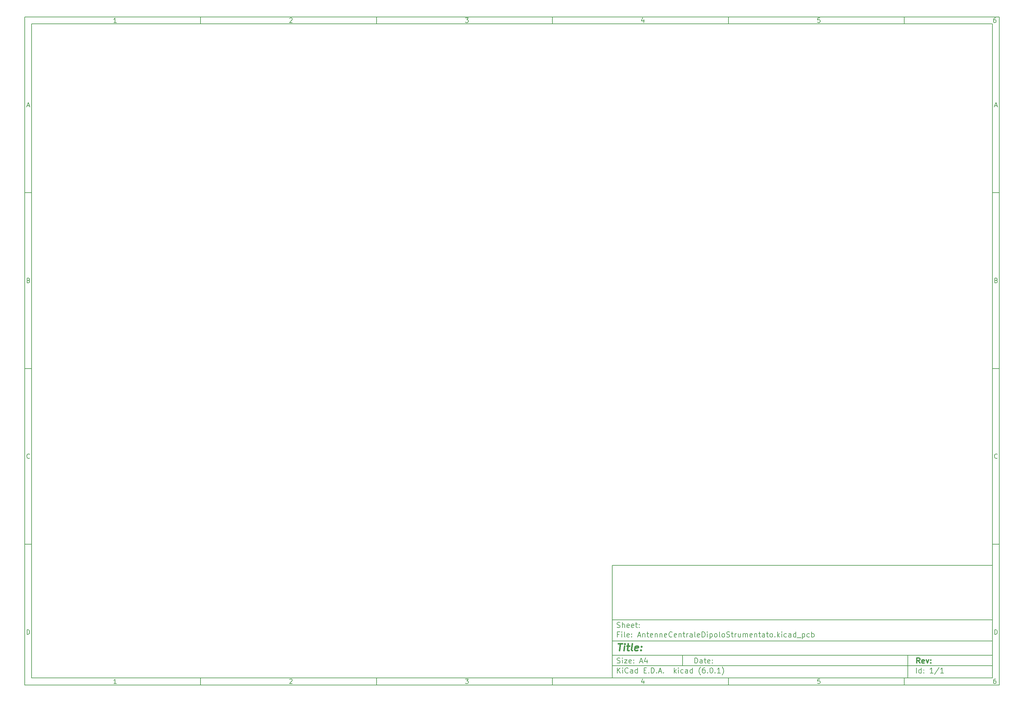
<source format=gbo>
G04 #@! TF.GenerationSoftware,KiCad,Pcbnew,(6.0.1)*
G04 #@! TF.CreationDate,2022-01-29T22:50:14+01:00*
G04 #@! TF.ProjectId,AntenneCentraleDipoloStrumentato,416e7465-6e6e-4654-9365-6e7472616c65,rev?*
G04 #@! TF.SameCoordinates,Original*
G04 #@! TF.FileFunction,Legend,Bot*
G04 #@! TF.FilePolarity,Positive*
%FSLAX46Y46*%
G04 Gerber Fmt 4.6, Leading zero omitted, Abs format (unit mm)*
G04 Created by KiCad (PCBNEW (6.0.1)) date 2022-01-29 22:50:14*
%MOMM*%
%LPD*%
G01*
G04 APERTURE LIST*
G04 Aperture macros list*
%AMRoundRect*
0 Rectangle with rounded corners*
0 $1 Rounding radius*
0 $2 $3 $4 $5 $6 $7 $8 $9 X,Y pos of 4 corners*
0 Add a 4 corners polygon primitive as box body*
4,1,4,$2,$3,$4,$5,$6,$7,$8,$9,$2,$3,0*
0 Add four circle primitives for the rounded corners*
1,1,$1+$1,$2,$3*
1,1,$1+$1,$4,$5*
1,1,$1+$1,$6,$7*
1,1,$1+$1,$8,$9*
0 Add four rect primitives between the rounded corners*
20,1,$1+$1,$2,$3,$4,$5,0*
20,1,$1+$1,$4,$5,$6,$7,0*
20,1,$1+$1,$6,$7,$8,$9,0*
20,1,$1+$1,$8,$9,$2,$3,0*%
%AMHorizOval*
0 Thick line with rounded ends*
0 $1 width*
0 $2 $3 position (X,Y) of the first rounded end (center of the circle)*
0 $4 $5 position (X,Y) of the second rounded end (center of the circle)*
0 Add line between two ends*
20,1,$1,$2,$3,$4,$5,0*
0 Add two circle primitives to create the rounded ends*
1,1,$1,$2,$3*
1,1,$1,$4,$5*%
%AMRotRect*
0 Rectangle, with rotation*
0 The origin of the aperture is its center*
0 $1 length*
0 $2 width*
0 $3 Rotation angle, in degrees counterclockwise*
0 Add horizontal line*
21,1,$1,$2,0,0,$3*%
G04 Aperture macros list end*
%ADD10C,0.100000*%
%ADD11C,0.150000*%
%ADD12C,0.300000*%
%ADD13C,0.400000*%
%ADD14HorizOval,7.500000X1.060660X-1.060660X-1.060660X1.060660X0*%
%ADD15C,0.900000*%
%ADD16C,9.000000*%
%ADD17HorizOval,7.500000X-1.060660X1.060660X1.060660X-1.060660X0*%
%ADD18C,3.000000*%
%ADD19C,1.950000*%
%ADD20RotRect,1.800000X1.800000X195.000000*%
%ADD21HorizOval,1.800000X0.000000X0.000000X0.000000X0.000000X0*%
%ADD22HorizOval,7.500000X1.060660X1.060660X-1.060660X-1.060660X0*%
%ADD23R,1.700000X1.700000*%
%ADD24O,1.700000X1.700000*%
%ADD25HorizOval,7.500000X-1.060660X-1.060660X1.060660X1.060660X0*%
%ADD26RoundRect,0.250000X-1.667339X-0.212083X-1.017339X-1.337917X1.667339X0.212083X1.017339X1.337917X0*%
%ADD27HorizOval,1.800000X-0.779423X-0.450000X0.779423X0.450000X0*%
%ADD28RotRect,1.800000X1.800000X260.000000*%
%ADD29HorizOval,1.800000X0.000000X0.000000X0.000000X0.000000X0*%
%ADD30C,0.800000*%
%ADD31C,5.000000*%
G04 APERTURE END LIST*
D10*
D11*
X177002200Y-166007200D02*
X177002200Y-198007200D01*
X285002200Y-198007200D01*
X285002200Y-166007200D01*
X177002200Y-166007200D01*
D10*
D11*
X10000000Y-10000000D02*
X10000000Y-200007200D01*
X287002200Y-200007200D01*
X287002200Y-10000000D01*
X10000000Y-10000000D01*
D10*
D11*
X12000000Y-12000000D02*
X12000000Y-198007200D01*
X285002200Y-198007200D01*
X285002200Y-12000000D01*
X12000000Y-12000000D01*
D10*
D11*
X60000000Y-12000000D02*
X60000000Y-10000000D01*
D10*
D11*
X110000000Y-12000000D02*
X110000000Y-10000000D01*
D10*
D11*
X160000000Y-12000000D02*
X160000000Y-10000000D01*
D10*
D11*
X210000000Y-12000000D02*
X210000000Y-10000000D01*
D10*
D11*
X260000000Y-12000000D02*
X260000000Y-10000000D01*
D10*
D11*
X36065476Y-11588095D02*
X35322619Y-11588095D01*
X35694047Y-11588095D02*
X35694047Y-10288095D01*
X35570238Y-10473809D01*
X35446428Y-10597619D01*
X35322619Y-10659523D01*
D10*
D11*
X85322619Y-10411904D02*
X85384523Y-10350000D01*
X85508333Y-10288095D01*
X85817857Y-10288095D01*
X85941666Y-10350000D01*
X86003571Y-10411904D01*
X86065476Y-10535714D01*
X86065476Y-10659523D01*
X86003571Y-10845238D01*
X85260714Y-11588095D01*
X86065476Y-11588095D01*
D10*
D11*
X135260714Y-10288095D02*
X136065476Y-10288095D01*
X135632142Y-10783333D01*
X135817857Y-10783333D01*
X135941666Y-10845238D01*
X136003571Y-10907142D01*
X136065476Y-11030952D01*
X136065476Y-11340476D01*
X136003571Y-11464285D01*
X135941666Y-11526190D01*
X135817857Y-11588095D01*
X135446428Y-11588095D01*
X135322619Y-11526190D01*
X135260714Y-11464285D01*
D10*
D11*
X185941666Y-10721428D02*
X185941666Y-11588095D01*
X185632142Y-10226190D02*
X185322619Y-11154761D01*
X186127380Y-11154761D01*
D10*
D11*
X236003571Y-10288095D02*
X235384523Y-10288095D01*
X235322619Y-10907142D01*
X235384523Y-10845238D01*
X235508333Y-10783333D01*
X235817857Y-10783333D01*
X235941666Y-10845238D01*
X236003571Y-10907142D01*
X236065476Y-11030952D01*
X236065476Y-11340476D01*
X236003571Y-11464285D01*
X235941666Y-11526190D01*
X235817857Y-11588095D01*
X235508333Y-11588095D01*
X235384523Y-11526190D01*
X235322619Y-11464285D01*
D10*
D11*
X285941666Y-10288095D02*
X285694047Y-10288095D01*
X285570238Y-10350000D01*
X285508333Y-10411904D01*
X285384523Y-10597619D01*
X285322619Y-10845238D01*
X285322619Y-11340476D01*
X285384523Y-11464285D01*
X285446428Y-11526190D01*
X285570238Y-11588095D01*
X285817857Y-11588095D01*
X285941666Y-11526190D01*
X286003571Y-11464285D01*
X286065476Y-11340476D01*
X286065476Y-11030952D01*
X286003571Y-10907142D01*
X285941666Y-10845238D01*
X285817857Y-10783333D01*
X285570238Y-10783333D01*
X285446428Y-10845238D01*
X285384523Y-10907142D01*
X285322619Y-11030952D01*
D10*
D11*
X60000000Y-198007200D02*
X60000000Y-200007200D01*
D10*
D11*
X110000000Y-198007200D02*
X110000000Y-200007200D01*
D10*
D11*
X160000000Y-198007200D02*
X160000000Y-200007200D01*
D10*
D11*
X210000000Y-198007200D02*
X210000000Y-200007200D01*
D10*
D11*
X260000000Y-198007200D02*
X260000000Y-200007200D01*
D10*
D11*
X36065476Y-199595295D02*
X35322619Y-199595295D01*
X35694047Y-199595295D02*
X35694047Y-198295295D01*
X35570238Y-198481009D01*
X35446428Y-198604819D01*
X35322619Y-198666723D01*
D10*
D11*
X85322619Y-198419104D02*
X85384523Y-198357200D01*
X85508333Y-198295295D01*
X85817857Y-198295295D01*
X85941666Y-198357200D01*
X86003571Y-198419104D01*
X86065476Y-198542914D01*
X86065476Y-198666723D01*
X86003571Y-198852438D01*
X85260714Y-199595295D01*
X86065476Y-199595295D01*
D10*
D11*
X135260714Y-198295295D02*
X136065476Y-198295295D01*
X135632142Y-198790533D01*
X135817857Y-198790533D01*
X135941666Y-198852438D01*
X136003571Y-198914342D01*
X136065476Y-199038152D01*
X136065476Y-199347676D01*
X136003571Y-199471485D01*
X135941666Y-199533390D01*
X135817857Y-199595295D01*
X135446428Y-199595295D01*
X135322619Y-199533390D01*
X135260714Y-199471485D01*
D10*
D11*
X185941666Y-198728628D02*
X185941666Y-199595295D01*
X185632142Y-198233390D02*
X185322619Y-199161961D01*
X186127380Y-199161961D01*
D10*
D11*
X236003571Y-198295295D02*
X235384523Y-198295295D01*
X235322619Y-198914342D01*
X235384523Y-198852438D01*
X235508333Y-198790533D01*
X235817857Y-198790533D01*
X235941666Y-198852438D01*
X236003571Y-198914342D01*
X236065476Y-199038152D01*
X236065476Y-199347676D01*
X236003571Y-199471485D01*
X235941666Y-199533390D01*
X235817857Y-199595295D01*
X235508333Y-199595295D01*
X235384523Y-199533390D01*
X235322619Y-199471485D01*
D10*
D11*
X285941666Y-198295295D02*
X285694047Y-198295295D01*
X285570238Y-198357200D01*
X285508333Y-198419104D01*
X285384523Y-198604819D01*
X285322619Y-198852438D01*
X285322619Y-199347676D01*
X285384523Y-199471485D01*
X285446428Y-199533390D01*
X285570238Y-199595295D01*
X285817857Y-199595295D01*
X285941666Y-199533390D01*
X286003571Y-199471485D01*
X286065476Y-199347676D01*
X286065476Y-199038152D01*
X286003571Y-198914342D01*
X285941666Y-198852438D01*
X285817857Y-198790533D01*
X285570238Y-198790533D01*
X285446428Y-198852438D01*
X285384523Y-198914342D01*
X285322619Y-199038152D01*
D10*
D11*
X10000000Y-60000000D02*
X12000000Y-60000000D01*
D10*
D11*
X10000000Y-110000000D02*
X12000000Y-110000000D01*
D10*
D11*
X10000000Y-160000000D02*
X12000000Y-160000000D01*
D10*
D11*
X10690476Y-35216666D02*
X11309523Y-35216666D01*
X10566666Y-35588095D02*
X11000000Y-34288095D01*
X11433333Y-35588095D01*
D10*
D11*
X11092857Y-84907142D02*
X11278571Y-84969047D01*
X11340476Y-85030952D01*
X11402380Y-85154761D01*
X11402380Y-85340476D01*
X11340476Y-85464285D01*
X11278571Y-85526190D01*
X11154761Y-85588095D01*
X10659523Y-85588095D01*
X10659523Y-84288095D01*
X11092857Y-84288095D01*
X11216666Y-84350000D01*
X11278571Y-84411904D01*
X11340476Y-84535714D01*
X11340476Y-84659523D01*
X11278571Y-84783333D01*
X11216666Y-84845238D01*
X11092857Y-84907142D01*
X10659523Y-84907142D01*
D10*
D11*
X11402380Y-135464285D02*
X11340476Y-135526190D01*
X11154761Y-135588095D01*
X11030952Y-135588095D01*
X10845238Y-135526190D01*
X10721428Y-135402380D01*
X10659523Y-135278571D01*
X10597619Y-135030952D01*
X10597619Y-134845238D01*
X10659523Y-134597619D01*
X10721428Y-134473809D01*
X10845238Y-134350000D01*
X11030952Y-134288095D01*
X11154761Y-134288095D01*
X11340476Y-134350000D01*
X11402380Y-134411904D01*
D10*
D11*
X10659523Y-185588095D02*
X10659523Y-184288095D01*
X10969047Y-184288095D01*
X11154761Y-184350000D01*
X11278571Y-184473809D01*
X11340476Y-184597619D01*
X11402380Y-184845238D01*
X11402380Y-185030952D01*
X11340476Y-185278571D01*
X11278571Y-185402380D01*
X11154761Y-185526190D01*
X10969047Y-185588095D01*
X10659523Y-185588095D01*
D10*
D11*
X287002200Y-60000000D02*
X285002200Y-60000000D01*
D10*
D11*
X287002200Y-110000000D02*
X285002200Y-110000000D01*
D10*
D11*
X287002200Y-160000000D02*
X285002200Y-160000000D01*
D10*
D11*
X285692676Y-35216666D02*
X286311723Y-35216666D01*
X285568866Y-35588095D02*
X286002200Y-34288095D01*
X286435533Y-35588095D01*
D10*
D11*
X286095057Y-84907142D02*
X286280771Y-84969047D01*
X286342676Y-85030952D01*
X286404580Y-85154761D01*
X286404580Y-85340476D01*
X286342676Y-85464285D01*
X286280771Y-85526190D01*
X286156961Y-85588095D01*
X285661723Y-85588095D01*
X285661723Y-84288095D01*
X286095057Y-84288095D01*
X286218866Y-84350000D01*
X286280771Y-84411904D01*
X286342676Y-84535714D01*
X286342676Y-84659523D01*
X286280771Y-84783333D01*
X286218866Y-84845238D01*
X286095057Y-84907142D01*
X285661723Y-84907142D01*
D10*
D11*
X286404580Y-135464285D02*
X286342676Y-135526190D01*
X286156961Y-135588095D01*
X286033152Y-135588095D01*
X285847438Y-135526190D01*
X285723628Y-135402380D01*
X285661723Y-135278571D01*
X285599819Y-135030952D01*
X285599819Y-134845238D01*
X285661723Y-134597619D01*
X285723628Y-134473809D01*
X285847438Y-134350000D01*
X286033152Y-134288095D01*
X286156961Y-134288095D01*
X286342676Y-134350000D01*
X286404580Y-134411904D01*
D10*
D11*
X285661723Y-185588095D02*
X285661723Y-184288095D01*
X285971247Y-184288095D01*
X286156961Y-184350000D01*
X286280771Y-184473809D01*
X286342676Y-184597619D01*
X286404580Y-184845238D01*
X286404580Y-185030952D01*
X286342676Y-185278571D01*
X286280771Y-185402380D01*
X286156961Y-185526190D01*
X285971247Y-185588095D01*
X285661723Y-185588095D01*
D10*
D11*
X200434342Y-193785771D02*
X200434342Y-192285771D01*
X200791485Y-192285771D01*
X201005771Y-192357200D01*
X201148628Y-192500057D01*
X201220057Y-192642914D01*
X201291485Y-192928628D01*
X201291485Y-193142914D01*
X201220057Y-193428628D01*
X201148628Y-193571485D01*
X201005771Y-193714342D01*
X200791485Y-193785771D01*
X200434342Y-193785771D01*
X202577200Y-193785771D02*
X202577200Y-193000057D01*
X202505771Y-192857200D01*
X202362914Y-192785771D01*
X202077200Y-192785771D01*
X201934342Y-192857200D01*
X202577200Y-193714342D02*
X202434342Y-193785771D01*
X202077200Y-193785771D01*
X201934342Y-193714342D01*
X201862914Y-193571485D01*
X201862914Y-193428628D01*
X201934342Y-193285771D01*
X202077200Y-193214342D01*
X202434342Y-193214342D01*
X202577200Y-193142914D01*
X203077200Y-192785771D02*
X203648628Y-192785771D01*
X203291485Y-192285771D02*
X203291485Y-193571485D01*
X203362914Y-193714342D01*
X203505771Y-193785771D01*
X203648628Y-193785771D01*
X204720057Y-193714342D02*
X204577200Y-193785771D01*
X204291485Y-193785771D01*
X204148628Y-193714342D01*
X204077200Y-193571485D01*
X204077200Y-193000057D01*
X204148628Y-192857200D01*
X204291485Y-192785771D01*
X204577200Y-192785771D01*
X204720057Y-192857200D01*
X204791485Y-193000057D01*
X204791485Y-193142914D01*
X204077200Y-193285771D01*
X205434342Y-193642914D02*
X205505771Y-193714342D01*
X205434342Y-193785771D01*
X205362914Y-193714342D01*
X205434342Y-193642914D01*
X205434342Y-193785771D01*
X205434342Y-192857200D02*
X205505771Y-192928628D01*
X205434342Y-193000057D01*
X205362914Y-192928628D01*
X205434342Y-192857200D01*
X205434342Y-193000057D01*
D10*
D11*
X177002200Y-194507200D02*
X285002200Y-194507200D01*
D10*
D11*
X178434342Y-196585771D02*
X178434342Y-195085771D01*
X179291485Y-196585771D02*
X178648628Y-195728628D01*
X179291485Y-195085771D02*
X178434342Y-195942914D01*
X179934342Y-196585771D02*
X179934342Y-195585771D01*
X179934342Y-195085771D02*
X179862914Y-195157200D01*
X179934342Y-195228628D01*
X180005771Y-195157200D01*
X179934342Y-195085771D01*
X179934342Y-195228628D01*
X181505771Y-196442914D02*
X181434342Y-196514342D01*
X181220057Y-196585771D01*
X181077200Y-196585771D01*
X180862914Y-196514342D01*
X180720057Y-196371485D01*
X180648628Y-196228628D01*
X180577200Y-195942914D01*
X180577200Y-195728628D01*
X180648628Y-195442914D01*
X180720057Y-195300057D01*
X180862914Y-195157200D01*
X181077200Y-195085771D01*
X181220057Y-195085771D01*
X181434342Y-195157200D01*
X181505771Y-195228628D01*
X182791485Y-196585771D02*
X182791485Y-195800057D01*
X182720057Y-195657200D01*
X182577200Y-195585771D01*
X182291485Y-195585771D01*
X182148628Y-195657200D01*
X182791485Y-196514342D02*
X182648628Y-196585771D01*
X182291485Y-196585771D01*
X182148628Y-196514342D01*
X182077200Y-196371485D01*
X182077200Y-196228628D01*
X182148628Y-196085771D01*
X182291485Y-196014342D01*
X182648628Y-196014342D01*
X182791485Y-195942914D01*
X184148628Y-196585771D02*
X184148628Y-195085771D01*
X184148628Y-196514342D02*
X184005771Y-196585771D01*
X183720057Y-196585771D01*
X183577200Y-196514342D01*
X183505771Y-196442914D01*
X183434342Y-196300057D01*
X183434342Y-195871485D01*
X183505771Y-195728628D01*
X183577200Y-195657200D01*
X183720057Y-195585771D01*
X184005771Y-195585771D01*
X184148628Y-195657200D01*
X186005771Y-195800057D02*
X186505771Y-195800057D01*
X186720057Y-196585771D02*
X186005771Y-196585771D01*
X186005771Y-195085771D01*
X186720057Y-195085771D01*
X187362914Y-196442914D02*
X187434342Y-196514342D01*
X187362914Y-196585771D01*
X187291485Y-196514342D01*
X187362914Y-196442914D01*
X187362914Y-196585771D01*
X188077200Y-196585771D02*
X188077200Y-195085771D01*
X188434342Y-195085771D01*
X188648628Y-195157200D01*
X188791485Y-195300057D01*
X188862914Y-195442914D01*
X188934342Y-195728628D01*
X188934342Y-195942914D01*
X188862914Y-196228628D01*
X188791485Y-196371485D01*
X188648628Y-196514342D01*
X188434342Y-196585771D01*
X188077200Y-196585771D01*
X189577200Y-196442914D02*
X189648628Y-196514342D01*
X189577200Y-196585771D01*
X189505771Y-196514342D01*
X189577200Y-196442914D01*
X189577200Y-196585771D01*
X190220057Y-196157200D02*
X190934342Y-196157200D01*
X190077200Y-196585771D02*
X190577200Y-195085771D01*
X191077200Y-196585771D01*
X191577200Y-196442914D02*
X191648628Y-196514342D01*
X191577200Y-196585771D01*
X191505771Y-196514342D01*
X191577200Y-196442914D01*
X191577200Y-196585771D01*
X194577200Y-196585771D02*
X194577200Y-195085771D01*
X194720057Y-196014342D02*
X195148628Y-196585771D01*
X195148628Y-195585771D02*
X194577200Y-196157200D01*
X195791485Y-196585771D02*
X195791485Y-195585771D01*
X195791485Y-195085771D02*
X195720057Y-195157200D01*
X195791485Y-195228628D01*
X195862914Y-195157200D01*
X195791485Y-195085771D01*
X195791485Y-195228628D01*
X197148628Y-196514342D02*
X197005771Y-196585771D01*
X196720057Y-196585771D01*
X196577200Y-196514342D01*
X196505771Y-196442914D01*
X196434342Y-196300057D01*
X196434342Y-195871485D01*
X196505771Y-195728628D01*
X196577200Y-195657200D01*
X196720057Y-195585771D01*
X197005771Y-195585771D01*
X197148628Y-195657200D01*
X198434342Y-196585771D02*
X198434342Y-195800057D01*
X198362914Y-195657200D01*
X198220057Y-195585771D01*
X197934342Y-195585771D01*
X197791485Y-195657200D01*
X198434342Y-196514342D02*
X198291485Y-196585771D01*
X197934342Y-196585771D01*
X197791485Y-196514342D01*
X197720057Y-196371485D01*
X197720057Y-196228628D01*
X197791485Y-196085771D01*
X197934342Y-196014342D01*
X198291485Y-196014342D01*
X198434342Y-195942914D01*
X199791485Y-196585771D02*
X199791485Y-195085771D01*
X199791485Y-196514342D02*
X199648628Y-196585771D01*
X199362914Y-196585771D01*
X199220057Y-196514342D01*
X199148628Y-196442914D01*
X199077200Y-196300057D01*
X199077200Y-195871485D01*
X199148628Y-195728628D01*
X199220057Y-195657200D01*
X199362914Y-195585771D01*
X199648628Y-195585771D01*
X199791485Y-195657200D01*
X202077200Y-197157200D02*
X202005771Y-197085771D01*
X201862914Y-196871485D01*
X201791485Y-196728628D01*
X201720057Y-196514342D01*
X201648628Y-196157200D01*
X201648628Y-195871485D01*
X201720057Y-195514342D01*
X201791485Y-195300057D01*
X201862914Y-195157200D01*
X202005771Y-194942914D01*
X202077200Y-194871485D01*
X203291485Y-195085771D02*
X203005771Y-195085771D01*
X202862914Y-195157200D01*
X202791485Y-195228628D01*
X202648628Y-195442914D01*
X202577200Y-195728628D01*
X202577200Y-196300057D01*
X202648628Y-196442914D01*
X202720057Y-196514342D01*
X202862914Y-196585771D01*
X203148628Y-196585771D01*
X203291485Y-196514342D01*
X203362914Y-196442914D01*
X203434342Y-196300057D01*
X203434342Y-195942914D01*
X203362914Y-195800057D01*
X203291485Y-195728628D01*
X203148628Y-195657200D01*
X202862914Y-195657200D01*
X202720057Y-195728628D01*
X202648628Y-195800057D01*
X202577200Y-195942914D01*
X204077200Y-196442914D02*
X204148628Y-196514342D01*
X204077200Y-196585771D01*
X204005771Y-196514342D01*
X204077200Y-196442914D01*
X204077200Y-196585771D01*
X205077200Y-195085771D02*
X205220057Y-195085771D01*
X205362914Y-195157200D01*
X205434342Y-195228628D01*
X205505771Y-195371485D01*
X205577200Y-195657200D01*
X205577200Y-196014342D01*
X205505771Y-196300057D01*
X205434342Y-196442914D01*
X205362914Y-196514342D01*
X205220057Y-196585771D01*
X205077200Y-196585771D01*
X204934342Y-196514342D01*
X204862914Y-196442914D01*
X204791485Y-196300057D01*
X204720057Y-196014342D01*
X204720057Y-195657200D01*
X204791485Y-195371485D01*
X204862914Y-195228628D01*
X204934342Y-195157200D01*
X205077200Y-195085771D01*
X206220057Y-196442914D02*
X206291485Y-196514342D01*
X206220057Y-196585771D01*
X206148628Y-196514342D01*
X206220057Y-196442914D01*
X206220057Y-196585771D01*
X207720057Y-196585771D02*
X206862914Y-196585771D01*
X207291485Y-196585771D02*
X207291485Y-195085771D01*
X207148628Y-195300057D01*
X207005771Y-195442914D01*
X206862914Y-195514342D01*
X208220057Y-197157200D02*
X208291485Y-197085771D01*
X208434342Y-196871485D01*
X208505771Y-196728628D01*
X208577200Y-196514342D01*
X208648628Y-196157200D01*
X208648628Y-195871485D01*
X208577200Y-195514342D01*
X208505771Y-195300057D01*
X208434342Y-195157200D01*
X208291485Y-194942914D01*
X208220057Y-194871485D01*
D10*
D11*
X177002200Y-191507200D02*
X285002200Y-191507200D01*
D10*
D12*
X264411485Y-193785771D02*
X263911485Y-193071485D01*
X263554342Y-193785771D02*
X263554342Y-192285771D01*
X264125771Y-192285771D01*
X264268628Y-192357200D01*
X264340057Y-192428628D01*
X264411485Y-192571485D01*
X264411485Y-192785771D01*
X264340057Y-192928628D01*
X264268628Y-193000057D01*
X264125771Y-193071485D01*
X263554342Y-193071485D01*
X265625771Y-193714342D02*
X265482914Y-193785771D01*
X265197200Y-193785771D01*
X265054342Y-193714342D01*
X264982914Y-193571485D01*
X264982914Y-193000057D01*
X265054342Y-192857200D01*
X265197200Y-192785771D01*
X265482914Y-192785771D01*
X265625771Y-192857200D01*
X265697200Y-193000057D01*
X265697200Y-193142914D01*
X264982914Y-193285771D01*
X266197200Y-192785771D02*
X266554342Y-193785771D01*
X266911485Y-192785771D01*
X267482914Y-193642914D02*
X267554342Y-193714342D01*
X267482914Y-193785771D01*
X267411485Y-193714342D01*
X267482914Y-193642914D01*
X267482914Y-193785771D01*
X267482914Y-192857200D02*
X267554342Y-192928628D01*
X267482914Y-193000057D01*
X267411485Y-192928628D01*
X267482914Y-192857200D01*
X267482914Y-193000057D01*
D10*
D11*
X178362914Y-193714342D02*
X178577200Y-193785771D01*
X178934342Y-193785771D01*
X179077200Y-193714342D01*
X179148628Y-193642914D01*
X179220057Y-193500057D01*
X179220057Y-193357200D01*
X179148628Y-193214342D01*
X179077200Y-193142914D01*
X178934342Y-193071485D01*
X178648628Y-193000057D01*
X178505771Y-192928628D01*
X178434342Y-192857200D01*
X178362914Y-192714342D01*
X178362914Y-192571485D01*
X178434342Y-192428628D01*
X178505771Y-192357200D01*
X178648628Y-192285771D01*
X179005771Y-192285771D01*
X179220057Y-192357200D01*
X179862914Y-193785771D02*
X179862914Y-192785771D01*
X179862914Y-192285771D02*
X179791485Y-192357200D01*
X179862914Y-192428628D01*
X179934342Y-192357200D01*
X179862914Y-192285771D01*
X179862914Y-192428628D01*
X180434342Y-192785771D02*
X181220057Y-192785771D01*
X180434342Y-193785771D01*
X181220057Y-193785771D01*
X182362914Y-193714342D02*
X182220057Y-193785771D01*
X181934342Y-193785771D01*
X181791485Y-193714342D01*
X181720057Y-193571485D01*
X181720057Y-193000057D01*
X181791485Y-192857200D01*
X181934342Y-192785771D01*
X182220057Y-192785771D01*
X182362914Y-192857200D01*
X182434342Y-193000057D01*
X182434342Y-193142914D01*
X181720057Y-193285771D01*
X183077200Y-193642914D02*
X183148628Y-193714342D01*
X183077200Y-193785771D01*
X183005771Y-193714342D01*
X183077200Y-193642914D01*
X183077200Y-193785771D01*
X183077200Y-192857200D02*
X183148628Y-192928628D01*
X183077200Y-193000057D01*
X183005771Y-192928628D01*
X183077200Y-192857200D01*
X183077200Y-193000057D01*
X184862914Y-193357200D02*
X185577200Y-193357200D01*
X184720057Y-193785771D02*
X185220057Y-192285771D01*
X185720057Y-193785771D01*
X186862914Y-192785771D02*
X186862914Y-193785771D01*
X186505771Y-192214342D02*
X186148628Y-193285771D01*
X187077200Y-193285771D01*
D10*
D11*
X263434342Y-196585771D02*
X263434342Y-195085771D01*
X264791485Y-196585771D02*
X264791485Y-195085771D01*
X264791485Y-196514342D02*
X264648628Y-196585771D01*
X264362914Y-196585771D01*
X264220057Y-196514342D01*
X264148628Y-196442914D01*
X264077200Y-196300057D01*
X264077200Y-195871485D01*
X264148628Y-195728628D01*
X264220057Y-195657200D01*
X264362914Y-195585771D01*
X264648628Y-195585771D01*
X264791485Y-195657200D01*
X265505771Y-196442914D02*
X265577200Y-196514342D01*
X265505771Y-196585771D01*
X265434342Y-196514342D01*
X265505771Y-196442914D01*
X265505771Y-196585771D01*
X265505771Y-195657200D02*
X265577200Y-195728628D01*
X265505771Y-195800057D01*
X265434342Y-195728628D01*
X265505771Y-195657200D01*
X265505771Y-195800057D01*
X268148628Y-196585771D02*
X267291485Y-196585771D01*
X267720057Y-196585771D02*
X267720057Y-195085771D01*
X267577200Y-195300057D01*
X267434342Y-195442914D01*
X267291485Y-195514342D01*
X269862914Y-195014342D02*
X268577200Y-196942914D01*
X271148628Y-196585771D02*
X270291485Y-196585771D01*
X270720057Y-196585771D02*
X270720057Y-195085771D01*
X270577200Y-195300057D01*
X270434342Y-195442914D01*
X270291485Y-195514342D01*
D10*
D11*
X177002200Y-187507200D02*
X285002200Y-187507200D01*
D10*
D13*
X178714580Y-188211961D02*
X179857438Y-188211961D01*
X179036009Y-190211961D02*
X179286009Y-188211961D01*
X180274104Y-190211961D02*
X180440771Y-188878628D01*
X180524104Y-188211961D02*
X180416961Y-188307200D01*
X180500295Y-188402438D01*
X180607438Y-188307200D01*
X180524104Y-188211961D01*
X180500295Y-188402438D01*
X181107438Y-188878628D02*
X181869342Y-188878628D01*
X181476485Y-188211961D02*
X181262200Y-189926247D01*
X181333628Y-190116723D01*
X181512200Y-190211961D01*
X181702676Y-190211961D01*
X182655057Y-190211961D02*
X182476485Y-190116723D01*
X182405057Y-189926247D01*
X182619342Y-188211961D01*
X184190771Y-190116723D02*
X183988390Y-190211961D01*
X183607438Y-190211961D01*
X183428866Y-190116723D01*
X183357438Y-189926247D01*
X183452676Y-189164342D01*
X183571723Y-188973866D01*
X183774104Y-188878628D01*
X184155057Y-188878628D01*
X184333628Y-188973866D01*
X184405057Y-189164342D01*
X184381247Y-189354819D01*
X183405057Y-189545295D01*
X185155057Y-190021485D02*
X185238390Y-190116723D01*
X185131247Y-190211961D01*
X185047914Y-190116723D01*
X185155057Y-190021485D01*
X185131247Y-190211961D01*
X185286009Y-188973866D02*
X185369342Y-189069104D01*
X185262200Y-189164342D01*
X185178866Y-189069104D01*
X185286009Y-188973866D01*
X185262200Y-189164342D01*
D10*
D11*
X178934342Y-185600057D02*
X178434342Y-185600057D01*
X178434342Y-186385771D02*
X178434342Y-184885771D01*
X179148628Y-184885771D01*
X179720057Y-186385771D02*
X179720057Y-185385771D01*
X179720057Y-184885771D02*
X179648628Y-184957200D01*
X179720057Y-185028628D01*
X179791485Y-184957200D01*
X179720057Y-184885771D01*
X179720057Y-185028628D01*
X180648628Y-186385771D02*
X180505771Y-186314342D01*
X180434342Y-186171485D01*
X180434342Y-184885771D01*
X181791485Y-186314342D02*
X181648628Y-186385771D01*
X181362914Y-186385771D01*
X181220057Y-186314342D01*
X181148628Y-186171485D01*
X181148628Y-185600057D01*
X181220057Y-185457200D01*
X181362914Y-185385771D01*
X181648628Y-185385771D01*
X181791485Y-185457200D01*
X181862914Y-185600057D01*
X181862914Y-185742914D01*
X181148628Y-185885771D01*
X182505771Y-186242914D02*
X182577200Y-186314342D01*
X182505771Y-186385771D01*
X182434342Y-186314342D01*
X182505771Y-186242914D01*
X182505771Y-186385771D01*
X182505771Y-185457200D02*
X182577200Y-185528628D01*
X182505771Y-185600057D01*
X182434342Y-185528628D01*
X182505771Y-185457200D01*
X182505771Y-185600057D01*
X184291485Y-185957200D02*
X185005771Y-185957200D01*
X184148628Y-186385771D02*
X184648628Y-184885771D01*
X185148628Y-186385771D01*
X185648628Y-185385771D02*
X185648628Y-186385771D01*
X185648628Y-185528628D02*
X185720057Y-185457200D01*
X185862914Y-185385771D01*
X186077200Y-185385771D01*
X186220057Y-185457200D01*
X186291485Y-185600057D01*
X186291485Y-186385771D01*
X186791485Y-185385771D02*
X187362914Y-185385771D01*
X187005771Y-184885771D02*
X187005771Y-186171485D01*
X187077200Y-186314342D01*
X187220057Y-186385771D01*
X187362914Y-186385771D01*
X188434342Y-186314342D02*
X188291485Y-186385771D01*
X188005771Y-186385771D01*
X187862914Y-186314342D01*
X187791485Y-186171485D01*
X187791485Y-185600057D01*
X187862914Y-185457200D01*
X188005771Y-185385771D01*
X188291485Y-185385771D01*
X188434342Y-185457200D01*
X188505771Y-185600057D01*
X188505771Y-185742914D01*
X187791485Y-185885771D01*
X189148628Y-185385771D02*
X189148628Y-186385771D01*
X189148628Y-185528628D02*
X189220057Y-185457200D01*
X189362914Y-185385771D01*
X189577200Y-185385771D01*
X189720057Y-185457200D01*
X189791485Y-185600057D01*
X189791485Y-186385771D01*
X190505771Y-185385771D02*
X190505771Y-186385771D01*
X190505771Y-185528628D02*
X190577200Y-185457200D01*
X190720057Y-185385771D01*
X190934342Y-185385771D01*
X191077200Y-185457200D01*
X191148628Y-185600057D01*
X191148628Y-186385771D01*
X192434342Y-186314342D02*
X192291485Y-186385771D01*
X192005771Y-186385771D01*
X191862914Y-186314342D01*
X191791485Y-186171485D01*
X191791485Y-185600057D01*
X191862914Y-185457200D01*
X192005771Y-185385771D01*
X192291485Y-185385771D01*
X192434342Y-185457200D01*
X192505771Y-185600057D01*
X192505771Y-185742914D01*
X191791485Y-185885771D01*
X194005771Y-186242914D02*
X193934342Y-186314342D01*
X193720057Y-186385771D01*
X193577200Y-186385771D01*
X193362914Y-186314342D01*
X193220057Y-186171485D01*
X193148628Y-186028628D01*
X193077200Y-185742914D01*
X193077200Y-185528628D01*
X193148628Y-185242914D01*
X193220057Y-185100057D01*
X193362914Y-184957200D01*
X193577200Y-184885771D01*
X193720057Y-184885771D01*
X193934342Y-184957200D01*
X194005771Y-185028628D01*
X195220057Y-186314342D02*
X195077200Y-186385771D01*
X194791485Y-186385771D01*
X194648628Y-186314342D01*
X194577200Y-186171485D01*
X194577200Y-185600057D01*
X194648628Y-185457200D01*
X194791485Y-185385771D01*
X195077200Y-185385771D01*
X195220057Y-185457200D01*
X195291485Y-185600057D01*
X195291485Y-185742914D01*
X194577200Y-185885771D01*
X195934342Y-185385771D02*
X195934342Y-186385771D01*
X195934342Y-185528628D02*
X196005771Y-185457200D01*
X196148628Y-185385771D01*
X196362914Y-185385771D01*
X196505771Y-185457200D01*
X196577200Y-185600057D01*
X196577200Y-186385771D01*
X197077200Y-185385771D02*
X197648628Y-185385771D01*
X197291485Y-184885771D02*
X197291485Y-186171485D01*
X197362914Y-186314342D01*
X197505771Y-186385771D01*
X197648628Y-186385771D01*
X198148628Y-186385771D02*
X198148628Y-185385771D01*
X198148628Y-185671485D02*
X198220057Y-185528628D01*
X198291485Y-185457200D01*
X198434342Y-185385771D01*
X198577200Y-185385771D01*
X199720057Y-186385771D02*
X199720057Y-185600057D01*
X199648628Y-185457200D01*
X199505771Y-185385771D01*
X199220057Y-185385771D01*
X199077200Y-185457200D01*
X199720057Y-186314342D02*
X199577200Y-186385771D01*
X199220057Y-186385771D01*
X199077200Y-186314342D01*
X199005771Y-186171485D01*
X199005771Y-186028628D01*
X199077200Y-185885771D01*
X199220057Y-185814342D01*
X199577200Y-185814342D01*
X199720057Y-185742914D01*
X200648628Y-186385771D02*
X200505771Y-186314342D01*
X200434342Y-186171485D01*
X200434342Y-184885771D01*
X201791485Y-186314342D02*
X201648628Y-186385771D01*
X201362914Y-186385771D01*
X201220057Y-186314342D01*
X201148628Y-186171485D01*
X201148628Y-185600057D01*
X201220057Y-185457200D01*
X201362914Y-185385771D01*
X201648628Y-185385771D01*
X201791485Y-185457200D01*
X201862914Y-185600057D01*
X201862914Y-185742914D01*
X201148628Y-185885771D01*
X202505771Y-186385771D02*
X202505771Y-184885771D01*
X202862914Y-184885771D01*
X203077200Y-184957200D01*
X203220057Y-185100057D01*
X203291485Y-185242914D01*
X203362914Y-185528628D01*
X203362914Y-185742914D01*
X203291485Y-186028628D01*
X203220057Y-186171485D01*
X203077200Y-186314342D01*
X202862914Y-186385771D01*
X202505771Y-186385771D01*
X204005771Y-186385771D02*
X204005771Y-185385771D01*
X204005771Y-184885771D02*
X203934342Y-184957200D01*
X204005771Y-185028628D01*
X204077200Y-184957200D01*
X204005771Y-184885771D01*
X204005771Y-185028628D01*
X204720057Y-185385771D02*
X204720057Y-186885771D01*
X204720057Y-185457200D02*
X204862914Y-185385771D01*
X205148628Y-185385771D01*
X205291485Y-185457200D01*
X205362914Y-185528628D01*
X205434342Y-185671485D01*
X205434342Y-186100057D01*
X205362914Y-186242914D01*
X205291485Y-186314342D01*
X205148628Y-186385771D01*
X204862914Y-186385771D01*
X204720057Y-186314342D01*
X206291485Y-186385771D02*
X206148628Y-186314342D01*
X206077200Y-186242914D01*
X206005771Y-186100057D01*
X206005771Y-185671485D01*
X206077200Y-185528628D01*
X206148628Y-185457200D01*
X206291485Y-185385771D01*
X206505771Y-185385771D01*
X206648628Y-185457200D01*
X206720057Y-185528628D01*
X206791485Y-185671485D01*
X206791485Y-186100057D01*
X206720057Y-186242914D01*
X206648628Y-186314342D01*
X206505771Y-186385771D01*
X206291485Y-186385771D01*
X207648628Y-186385771D02*
X207505771Y-186314342D01*
X207434342Y-186171485D01*
X207434342Y-184885771D01*
X208434342Y-186385771D02*
X208291485Y-186314342D01*
X208220057Y-186242914D01*
X208148628Y-186100057D01*
X208148628Y-185671485D01*
X208220057Y-185528628D01*
X208291485Y-185457200D01*
X208434342Y-185385771D01*
X208648628Y-185385771D01*
X208791485Y-185457200D01*
X208862914Y-185528628D01*
X208934342Y-185671485D01*
X208934342Y-186100057D01*
X208862914Y-186242914D01*
X208791485Y-186314342D01*
X208648628Y-186385771D01*
X208434342Y-186385771D01*
X209505771Y-186314342D02*
X209720057Y-186385771D01*
X210077200Y-186385771D01*
X210220057Y-186314342D01*
X210291485Y-186242914D01*
X210362914Y-186100057D01*
X210362914Y-185957200D01*
X210291485Y-185814342D01*
X210220057Y-185742914D01*
X210077200Y-185671485D01*
X209791485Y-185600057D01*
X209648628Y-185528628D01*
X209577200Y-185457200D01*
X209505771Y-185314342D01*
X209505771Y-185171485D01*
X209577200Y-185028628D01*
X209648628Y-184957200D01*
X209791485Y-184885771D01*
X210148628Y-184885771D01*
X210362914Y-184957200D01*
X210791485Y-185385771D02*
X211362914Y-185385771D01*
X211005771Y-184885771D02*
X211005771Y-186171485D01*
X211077200Y-186314342D01*
X211220057Y-186385771D01*
X211362914Y-186385771D01*
X211862914Y-186385771D02*
X211862914Y-185385771D01*
X211862914Y-185671485D02*
X211934342Y-185528628D01*
X212005771Y-185457200D01*
X212148628Y-185385771D01*
X212291485Y-185385771D01*
X213434342Y-185385771D02*
X213434342Y-186385771D01*
X212791485Y-185385771D02*
X212791485Y-186171485D01*
X212862914Y-186314342D01*
X213005771Y-186385771D01*
X213220057Y-186385771D01*
X213362914Y-186314342D01*
X213434342Y-186242914D01*
X214148628Y-186385771D02*
X214148628Y-185385771D01*
X214148628Y-185528628D02*
X214220057Y-185457200D01*
X214362914Y-185385771D01*
X214577200Y-185385771D01*
X214720057Y-185457200D01*
X214791485Y-185600057D01*
X214791485Y-186385771D01*
X214791485Y-185600057D02*
X214862914Y-185457200D01*
X215005771Y-185385771D01*
X215220057Y-185385771D01*
X215362914Y-185457200D01*
X215434342Y-185600057D01*
X215434342Y-186385771D01*
X216720057Y-186314342D02*
X216577200Y-186385771D01*
X216291485Y-186385771D01*
X216148628Y-186314342D01*
X216077200Y-186171485D01*
X216077200Y-185600057D01*
X216148628Y-185457200D01*
X216291485Y-185385771D01*
X216577200Y-185385771D01*
X216720057Y-185457200D01*
X216791485Y-185600057D01*
X216791485Y-185742914D01*
X216077200Y-185885771D01*
X217434342Y-185385771D02*
X217434342Y-186385771D01*
X217434342Y-185528628D02*
X217505771Y-185457200D01*
X217648628Y-185385771D01*
X217862914Y-185385771D01*
X218005771Y-185457200D01*
X218077200Y-185600057D01*
X218077200Y-186385771D01*
X218577200Y-185385771D02*
X219148628Y-185385771D01*
X218791485Y-184885771D02*
X218791485Y-186171485D01*
X218862914Y-186314342D01*
X219005771Y-186385771D01*
X219148628Y-186385771D01*
X220291485Y-186385771D02*
X220291485Y-185600057D01*
X220220057Y-185457200D01*
X220077200Y-185385771D01*
X219791485Y-185385771D01*
X219648628Y-185457200D01*
X220291485Y-186314342D02*
X220148628Y-186385771D01*
X219791485Y-186385771D01*
X219648628Y-186314342D01*
X219577200Y-186171485D01*
X219577200Y-186028628D01*
X219648628Y-185885771D01*
X219791485Y-185814342D01*
X220148628Y-185814342D01*
X220291485Y-185742914D01*
X220791485Y-185385771D02*
X221362914Y-185385771D01*
X221005771Y-184885771D02*
X221005771Y-186171485D01*
X221077200Y-186314342D01*
X221220057Y-186385771D01*
X221362914Y-186385771D01*
X222077200Y-186385771D02*
X221934342Y-186314342D01*
X221862914Y-186242914D01*
X221791485Y-186100057D01*
X221791485Y-185671485D01*
X221862914Y-185528628D01*
X221934342Y-185457200D01*
X222077200Y-185385771D01*
X222291485Y-185385771D01*
X222434342Y-185457200D01*
X222505771Y-185528628D01*
X222577200Y-185671485D01*
X222577200Y-186100057D01*
X222505771Y-186242914D01*
X222434342Y-186314342D01*
X222291485Y-186385771D01*
X222077200Y-186385771D01*
X223220057Y-186242914D02*
X223291485Y-186314342D01*
X223220057Y-186385771D01*
X223148628Y-186314342D01*
X223220057Y-186242914D01*
X223220057Y-186385771D01*
X223934342Y-186385771D02*
X223934342Y-184885771D01*
X224077200Y-185814342D02*
X224505771Y-186385771D01*
X224505771Y-185385771D02*
X223934342Y-185957200D01*
X225148628Y-186385771D02*
X225148628Y-185385771D01*
X225148628Y-184885771D02*
X225077200Y-184957200D01*
X225148628Y-185028628D01*
X225220057Y-184957200D01*
X225148628Y-184885771D01*
X225148628Y-185028628D01*
X226505771Y-186314342D02*
X226362914Y-186385771D01*
X226077200Y-186385771D01*
X225934342Y-186314342D01*
X225862914Y-186242914D01*
X225791485Y-186100057D01*
X225791485Y-185671485D01*
X225862914Y-185528628D01*
X225934342Y-185457200D01*
X226077200Y-185385771D01*
X226362914Y-185385771D01*
X226505771Y-185457200D01*
X227791485Y-186385771D02*
X227791485Y-185600057D01*
X227720057Y-185457200D01*
X227577200Y-185385771D01*
X227291485Y-185385771D01*
X227148628Y-185457200D01*
X227791485Y-186314342D02*
X227648628Y-186385771D01*
X227291485Y-186385771D01*
X227148628Y-186314342D01*
X227077200Y-186171485D01*
X227077200Y-186028628D01*
X227148628Y-185885771D01*
X227291485Y-185814342D01*
X227648628Y-185814342D01*
X227791485Y-185742914D01*
X229148628Y-186385771D02*
X229148628Y-184885771D01*
X229148628Y-186314342D02*
X229005771Y-186385771D01*
X228720057Y-186385771D01*
X228577200Y-186314342D01*
X228505771Y-186242914D01*
X228434342Y-186100057D01*
X228434342Y-185671485D01*
X228505771Y-185528628D01*
X228577200Y-185457200D01*
X228720057Y-185385771D01*
X229005771Y-185385771D01*
X229148628Y-185457200D01*
X229505771Y-186528628D02*
X230648628Y-186528628D01*
X231005771Y-185385771D02*
X231005771Y-186885771D01*
X231005771Y-185457200D02*
X231148628Y-185385771D01*
X231434342Y-185385771D01*
X231577200Y-185457200D01*
X231648628Y-185528628D01*
X231720057Y-185671485D01*
X231720057Y-186100057D01*
X231648628Y-186242914D01*
X231577200Y-186314342D01*
X231434342Y-186385771D01*
X231148628Y-186385771D01*
X231005771Y-186314342D01*
X233005771Y-186314342D02*
X232862914Y-186385771D01*
X232577200Y-186385771D01*
X232434342Y-186314342D01*
X232362914Y-186242914D01*
X232291485Y-186100057D01*
X232291485Y-185671485D01*
X232362914Y-185528628D01*
X232434342Y-185457200D01*
X232577200Y-185385771D01*
X232862914Y-185385771D01*
X233005771Y-185457200D01*
X233648628Y-186385771D02*
X233648628Y-184885771D01*
X233648628Y-185457200D02*
X233791485Y-185385771D01*
X234077200Y-185385771D01*
X234220057Y-185457200D01*
X234291485Y-185528628D01*
X234362914Y-185671485D01*
X234362914Y-186100057D01*
X234291485Y-186242914D01*
X234220057Y-186314342D01*
X234077200Y-186385771D01*
X233791485Y-186385771D01*
X233648628Y-186314342D01*
D10*
D11*
X177002200Y-181507200D02*
X285002200Y-181507200D01*
D10*
D11*
X178362914Y-183614342D02*
X178577200Y-183685771D01*
X178934342Y-183685771D01*
X179077200Y-183614342D01*
X179148628Y-183542914D01*
X179220057Y-183400057D01*
X179220057Y-183257200D01*
X179148628Y-183114342D01*
X179077200Y-183042914D01*
X178934342Y-182971485D01*
X178648628Y-182900057D01*
X178505771Y-182828628D01*
X178434342Y-182757200D01*
X178362914Y-182614342D01*
X178362914Y-182471485D01*
X178434342Y-182328628D01*
X178505771Y-182257200D01*
X178648628Y-182185771D01*
X179005771Y-182185771D01*
X179220057Y-182257200D01*
X179862914Y-183685771D02*
X179862914Y-182185771D01*
X180505771Y-183685771D02*
X180505771Y-182900057D01*
X180434342Y-182757200D01*
X180291485Y-182685771D01*
X180077200Y-182685771D01*
X179934342Y-182757200D01*
X179862914Y-182828628D01*
X181791485Y-183614342D02*
X181648628Y-183685771D01*
X181362914Y-183685771D01*
X181220057Y-183614342D01*
X181148628Y-183471485D01*
X181148628Y-182900057D01*
X181220057Y-182757200D01*
X181362914Y-182685771D01*
X181648628Y-182685771D01*
X181791485Y-182757200D01*
X181862914Y-182900057D01*
X181862914Y-183042914D01*
X181148628Y-183185771D01*
X183077200Y-183614342D02*
X182934342Y-183685771D01*
X182648628Y-183685771D01*
X182505771Y-183614342D01*
X182434342Y-183471485D01*
X182434342Y-182900057D01*
X182505771Y-182757200D01*
X182648628Y-182685771D01*
X182934342Y-182685771D01*
X183077200Y-182757200D01*
X183148628Y-182900057D01*
X183148628Y-183042914D01*
X182434342Y-183185771D01*
X183577200Y-182685771D02*
X184148628Y-182685771D01*
X183791485Y-182185771D02*
X183791485Y-183471485D01*
X183862914Y-183614342D01*
X184005771Y-183685771D01*
X184148628Y-183685771D01*
X184648628Y-183542914D02*
X184720057Y-183614342D01*
X184648628Y-183685771D01*
X184577200Y-183614342D01*
X184648628Y-183542914D01*
X184648628Y-183685771D01*
X184648628Y-182757200D02*
X184720057Y-182828628D01*
X184648628Y-182900057D01*
X184577200Y-182828628D01*
X184648628Y-182757200D01*
X184648628Y-182900057D01*
D10*
D12*
D10*
D11*
D10*
D11*
D10*
D11*
D10*
D11*
D10*
D11*
X197002200Y-191507200D02*
X197002200Y-194507200D01*
D10*
D11*
X261002200Y-191507200D02*
X261002200Y-198007200D01*
%LPC*%
D14*
X140928100Y-92566500D03*
D15*
X141210236Y-96413868D03*
X138647681Y-94846919D03*
X137635811Y-93730398D03*
X137215082Y-90904092D03*
X140645964Y-88719132D03*
X137080732Y-92284364D03*
X143862593Y-95500993D03*
X139265692Y-88853482D03*
X143208519Y-90286081D03*
X144775468Y-92848636D03*
X144641118Y-94228908D03*
X142590508Y-96279518D03*
X144220389Y-91402602D03*
X142091998Y-89274211D03*
X137993607Y-89632007D03*
X139764202Y-95858789D03*
X193344800Y-97513800D03*
X195731285Y-103275285D03*
X189969800Y-100888800D03*
X196719800Y-100888800D03*
D16*
X193344800Y-100888800D03*
D15*
X190958315Y-103275285D03*
X195731285Y-98502315D03*
X190958315Y-98502315D03*
X193344800Y-104263800D03*
X156181864Y-104153432D03*
X153171711Y-109164698D03*
X154801592Y-104287782D03*
X155300102Y-111293089D03*
X153529507Y-105066307D03*
X152750982Y-106338392D03*
X160177018Y-109663208D03*
X159756289Y-106836902D03*
X152616632Y-107718664D03*
X160311368Y-108282936D03*
D17*
X156464000Y-108000800D03*
D15*
X158126408Y-111713818D03*
X157627898Y-104708511D03*
X156746136Y-111848168D03*
X158744419Y-105720381D03*
X159398493Y-110935293D03*
X154183581Y-110281219D03*
D18*
X115308600Y-89020900D03*
D19*
X114014505Y-93850529D03*
X120138229Y-90314995D03*
X116602695Y-84191271D03*
D20*
X127258700Y-121849800D03*
D21*
X117444894Y-124479401D03*
D15*
X189129515Y-87679685D03*
X188141000Y-85293200D03*
X193902485Y-82906715D03*
X191516000Y-81918200D03*
X193902485Y-87679685D03*
X189129515Y-82906715D03*
D16*
X191516000Y-85293200D03*
D15*
X191516000Y-88668200D03*
X194891000Y-85293200D03*
X116076885Y-110795915D03*
X111303915Y-110795915D03*
X116076885Y-115568885D03*
X110315400Y-113182400D03*
X113690400Y-109807400D03*
X113690400Y-116557400D03*
D16*
X113690400Y-113182400D03*
D15*
X111303915Y-115568885D03*
X117065400Y-113182400D03*
X164671400Y-115011200D03*
X170432885Y-117397685D03*
X171421400Y-115011200D03*
X165659915Y-112624715D03*
X168046400Y-118386200D03*
X170432885Y-112624715D03*
X165659915Y-117397685D03*
X168046400Y-111636200D03*
D16*
X168046400Y-115011200D03*
D15*
X155249302Y-89265311D03*
D22*
X156413200Y-92557600D03*
D15*
X160260568Y-92275464D03*
X156695336Y-88710232D03*
X160126218Y-90895192D03*
X159347693Y-89623107D03*
X156131064Y-96404968D03*
X152700182Y-94220008D03*
X158693619Y-94838019D03*
X154750792Y-96270618D03*
X153478707Y-95492093D03*
X152565832Y-92839736D03*
X154132781Y-90277181D03*
X159705489Y-93721498D03*
X158075608Y-88844582D03*
X153120911Y-91393702D03*
X157577098Y-95849889D03*
D23*
X130007600Y-99440600D03*
D24*
X127467600Y-99440600D03*
X124927600Y-99440600D03*
D15*
X105867200Y-81918200D03*
X103480715Y-82906715D03*
X103480715Y-87679685D03*
X105867200Y-88668200D03*
X108253685Y-87679685D03*
D16*
X105867200Y-85293200D03*
D15*
X102492200Y-85293200D03*
X108253685Y-82906715D03*
X109242200Y-85293200D03*
X180216200Y-113131600D03*
X181204715Y-110745115D03*
X185977685Y-110745115D03*
X183591200Y-109756600D03*
X181204715Y-115518085D03*
X185977685Y-115518085D03*
X186966200Y-113131600D03*
X183591200Y-116506600D03*
D16*
X183591200Y-113131600D03*
D15*
X144724918Y-106448892D03*
X143292319Y-110391719D03*
X142674308Y-104398282D03*
X138731481Y-105830881D03*
X137298882Y-109773708D03*
X139349492Y-111824318D03*
X140729764Y-111958668D03*
X138077407Y-111045793D03*
X144304189Y-109275198D03*
X139848002Y-104819011D03*
X142175798Y-111403589D03*
X143946393Y-105176807D03*
X144859268Y-107829164D03*
X137719611Y-106947402D03*
X141294036Y-104263932D03*
X137164532Y-108393436D03*
D25*
X141011900Y-108111300D03*
D26*
X102062000Y-109652800D03*
D27*
X103967000Y-112952357D03*
D23*
X199212600Y-93497800D03*
D24*
X199212600Y-90957800D03*
X199212600Y-88417800D03*
X199212600Y-85877800D03*
X199212600Y-83337800D03*
X199212600Y-80797800D03*
D28*
X99891300Y-75845400D03*
D29*
X98127035Y-85851047D03*
D15*
X104038400Y-104162200D03*
X101651915Y-98400715D03*
X100663400Y-100787200D03*
X106424885Y-103173685D03*
D16*
X104038400Y-100787200D03*
D15*
X106424885Y-98400715D03*
X107413400Y-100787200D03*
X101651915Y-103173685D03*
X104038400Y-97412200D03*
X129235200Y-111636200D03*
X131621685Y-117397685D03*
X125860200Y-115011200D03*
X129235200Y-118386200D03*
X126848715Y-112624715D03*
D16*
X129235200Y-115011200D03*
D15*
X131621685Y-112624715D03*
X132610200Y-115011200D03*
X126848715Y-117397685D03*
D30*
X121234200Y-115168200D03*
X119908375Y-115717375D03*
X122560025Y-118369025D03*
X123109200Y-117043200D03*
X122560025Y-115717375D03*
X119908375Y-118369025D03*
X121234200Y-118918200D03*
X119359200Y-117043200D03*
D31*
X121234200Y-117043200D03*
M02*

</source>
